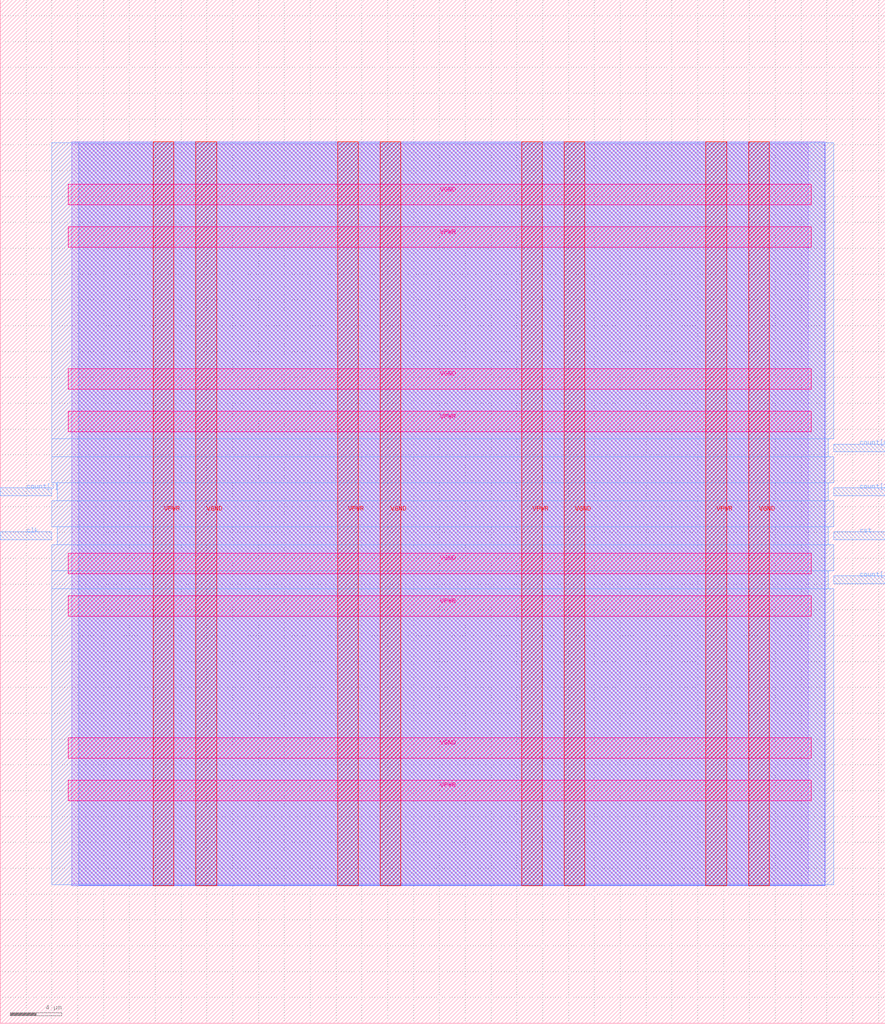
<source format=lef>
VERSION 5.7 ;
  NOWIREEXTENSIONATPIN ON ;
  DIVIDERCHAR "/" ;
  BUSBITCHARS "[]" ;
MACRO counter
  CLASS BLOCK ;
  FOREIGN counter ;
  ORIGIN 0.000 0.000 ;
  SIZE 68.515 BY 79.235 ;
  PIN VGND
    DIRECTION INOUT ;
    USE GROUND ;
    PORT
      LAYER met4 ;
        RECT 15.150 10.640 16.750 68.240 ;
    END
    PORT
      LAYER met4 ;
        RECT 29.410 10.640 31.010 68.240 ;
    END
    PORT
      LAYER met4 ;
        RECT 43.670 10.640 45.270 68.240 ;
    END
    PORT
      LAYER met4 ;
        RECT 57.930 10.640 59.530 68.240 ;
    END
    PORT
      LAYER met5 ;
        RECT 5.280 20.520 62.800 22.120 ;
    END
    PORT
      LAYER met5 ;
        RECT 5.280 34.800 62.800 36.400 ;
    END
    PORT
      LAYER met5 ;
        RECT 5.280 49.080 62.800 50.680 ;
    END
    PORT
      LAYER met5 ;
        RECT 5.280 63.360 62.800 64.960 ;
    END
  END VGND
  PIN VPWR
    DIRECTION INOUT ;
    USE POWER ;
    PORT
      LAYER met4 ;
        RECT 11.850 10.640 13.450 68.240 ;
    END
    PORT
      LAYER met4 ;
        RECT 26.110 10.640 27.710 68.240 ;
    END
    PORT
      LAYER met4 ;
        RECT 40.370 10.640 41.970 68.240 ;
    END
    PORT
      LAYER met4 ;
        RECT 54.630 10.640 56.230 68.240 ;
    END
    PORT
      LAYER met5 ;
        RECT 5.280 17.220 62.800 18.820 ;
    END
    PORT
      LAYER met5 ;
        RECT 5.280 31.500 62.800 33.100 ;
    END
    PORT
      LAYER met5 ;
        RECT 5.280 45.780 62.800 47.380 ;
    END
    PORT
      LAYER met5 ;
        RECT 5.280 60.060 62.800 61.660 ;
    END
  END VPWR
  PIN clk
    DIRECTION INPUT ;
    USE SIGNAL ;
    ANTENNAGATEAREA 0.196500 ;
    PORT
      LAYER met3 ;
        RECT 0.000 37.440 4.000 38.040 ;
    END
  END clk
  PIN count[0]
    DIRECTION OUTPUT TRISTATE ;
    USE SIGNAL ;
    ANTENNADIFFAREA 0.340600 ;
    PORT
      LAYER met3 ;
        RECT 64.515 44.240 68.515 44.840 ;
    END
  END count[0]
  PIN count[1]
    DIRECTION OUTPUT TRISTATE ;
    USE SIGNAL ;
    ANTENNADIFFAREA 0.340600 ;
    PORT
      LAYER met3 ;
        RECT 64.515 34.040 68.515 34.640 ;
    END
  END count[1]
  PIN count[2]
    DIRECTION OUTPUT TRISTATE ;
    USE SIGNAL ;
    ANTENNADIFFAREA 0.340600 ;
    PORT
      LAYER met3 ;
        RECT 64.515 40.840 68.515 41.440 ;
    END
  END count[2]
  PIN count[3]
    DIRECTION OUTPUT TRISTATE ;
    USE SIGNAL ;
    ANTENNADIFFAREA 0.340600 ;
    PORT
      LAYER met3 ;
        RECT 0.000 40.840 4.000 41.440 ;
    END
  END count[3]
  PIN rst
    DIRECTION INPUT ;
    USE SIGNAL ;
    ANTENNAGATEAREA 0.126000 ;
    PORT
      LAYER met3 ;
        RECT 64.515 37.440 68.515 38.040 ;
    END
  END rst
  OBS
      LAYER li1 ;
        RECT 5.520 10.795 62.560 68.085 ;
      LAYER met1 ;
        RECT 5.520 10.640 63.870 68.240 ;
      LAYER met2 ;
        RECT 6.070 10.695 63.850 68.185 ;
      LAYER met3 ;
        RECT 3.990 45.240 64.515 68.165 ;
        RECT 3.990 43.840 64.115 45.240 ;
        RECT 3.990 41.840 64.515 43.840 ;
        RECT 4.400 40.440 64.115 41.840 ;
        RECT 3.990 38.440 64.515 40.440 ;
        RECT 4.400 37.040 64.115 38.440 ;
        RECT 3.990 35.040 64.515 37.040 ;
        RECT 3.990 33.640 64.115 35.040 ;
        RECT 3.990 10.715 64.515 33.640 ;
  END
END counter
END LIBRARY


</source>
